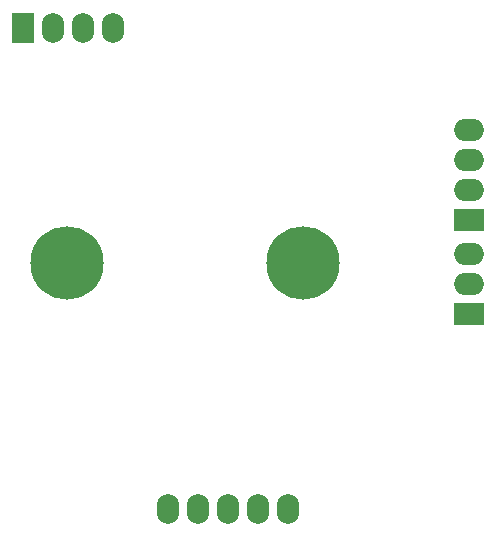
<source format=gbs>
G04*
G04 #@! TF.GenerationSoftware,Altium Limited,Altium Designer,21.3.2 (30)*
G04*
G04 Layer_Color=16711935*
%FSLAX24Y24*%
%MOIN*%
G70*
G04*
G04 #@! TF.SameCoordinates,C6C43F33-DCCB-449E-A6F8-7945281E5F6C*
G04*
G04*
G04 #@! TF.FilePolarity,Negative*
G04*
G01*
G75*
%ADD40O,0.0986X0.0749*%
%ADD41R,0.0986X0.0749*%
%ADD42O,0.0749X0.0986*%
%ADD43R,0.0749X0.0986*%
%ADD44C,0.2442*%
D40*
X21460Y11360D02*
D03*
Y10360D02*
D03*
X21450Y15490D02*
D03*
Y14490D02*
D03*
Y13490D02*
D03*
D41*
X21460Y9360D02*
D03*
X21450Y12490D02*
D03*
D42*
X8600Y18900D02*
D03*
X7600D02*
D03*
X9600D02*
D03*
X15440Y2840D02*
D03*
X14440D02*
D03*
X13440D02*
D03*
X12440D02*
D03*
X11440D02*
D03*
D43*
X6600Y18900D02*
D03*
D44*
X15945Y11057D02*
D03*
X8071D02*
D03*
M02*

</source>
